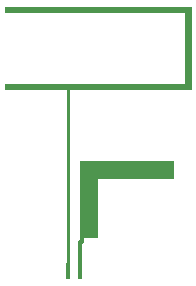
<source format=gtl>
G04 ===== Begin FILE IDENTIFICATION =====*
G04 File Format:  Gerber RS274X*
G04 ===== End FILE IDENTIFICATION =====*
%FSLAX24Y24*%
%MOMM*%
%SFA1.0000B1.0000*%
%OFA0.0B0.0*%
%ADD10C,0.025000*%
%LNcond*%
%IPPOS*%
%LPD*%
G75*
G36*
G01X62102Y0D02*
G01X65912D01*
G01Y29949D01*
G01X67810Y31847D01*
G01Y35000D01*
G01X79000D01*
G01Y85000D01*
G01X144000D01*
G01Y100000D01*
G01X64000D01*
G01Y33889D01*
G01X62102Y31991D01*
G01Y0D01*
G37*
G36*
G01X320Y160000D02*
G01X52680D01*
G01Y13409D01*
G03X52095Y12035I1321J-1374D01*
G01Y0D01*
G01X55905D01*
G01Y12035D01*
G03X55320Y13409I-1906J0D01*
G01Y160000D01*
G01X158520D01*
G01Y230400D01*
G01X320D01*
G01Y225200D01*
G01X153320D01*
G01Y165200D01*
G01X320D01*
G01Y160000D01*
G37*
M02*


</source>
